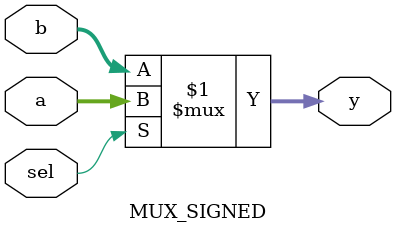
<source format=v>
module EqModule(
    input clock,
    input reset,
    input [9:0] io_in,
    output [9:0] io_out
);
    wire _T_5;
    wire [9:0] _WTEMP_0;
    PAD_SIGNED #(.width(1), .n(10)) s_pad_1 (
        .y(_WTEMP_0),
        .in(1'sh0)
    );
    EQ_SIGNED #(.width(10)) s_eq_2 (
        .y(_T_5),
        .a(io_in),
        .b(_WTEMP_0)
    );
    wire [9:0] _T_7;
    wire [9:0] _WTEMP_1;
    PAD_SIGNED #(.width(2), .n(10)) s_pad_3 (
        .y(_WTEMP_1),
        .in(2'sh1)
    );
    MUX_SIGNED #(.width(10)) s_mux_4 (
        .y(_T_7),
        .sel(_T_5),
        .a(_WTEMP_1),
        .b(io_in)
    );
    assign io_out = _T_7;
endmodule //EqModule
module PAD_SIGNED(y, in);
    parameter width = 4;
    parameter n = 4;
    output [(n > width ? n : width)-1:0] y;
    input [width-1:0] in;
    assign y = n > width ? {{(n - width){in[width-1]}}, in} : in;
endmodule // PAD_SIGNED
module EQ_SIGNED(y, a, b);
    parameter width = 4;
    output y;
    input [width-1:0] a;
    input [width-1:0] b;
    assign y = $signed(a) == $signed(b);
endmodule // EQ_SIGNED
module MUX_SIGNED(y, sel, a, b);
    parameter width = 4;
    output [width-1:0] y;
    input sel;
    input [width-1:0] a;
    input [width-1:0] b;
    assign y = sel ? $signed(a) : $signed(b);
endmodule // MUX_SIGNED

</source>
